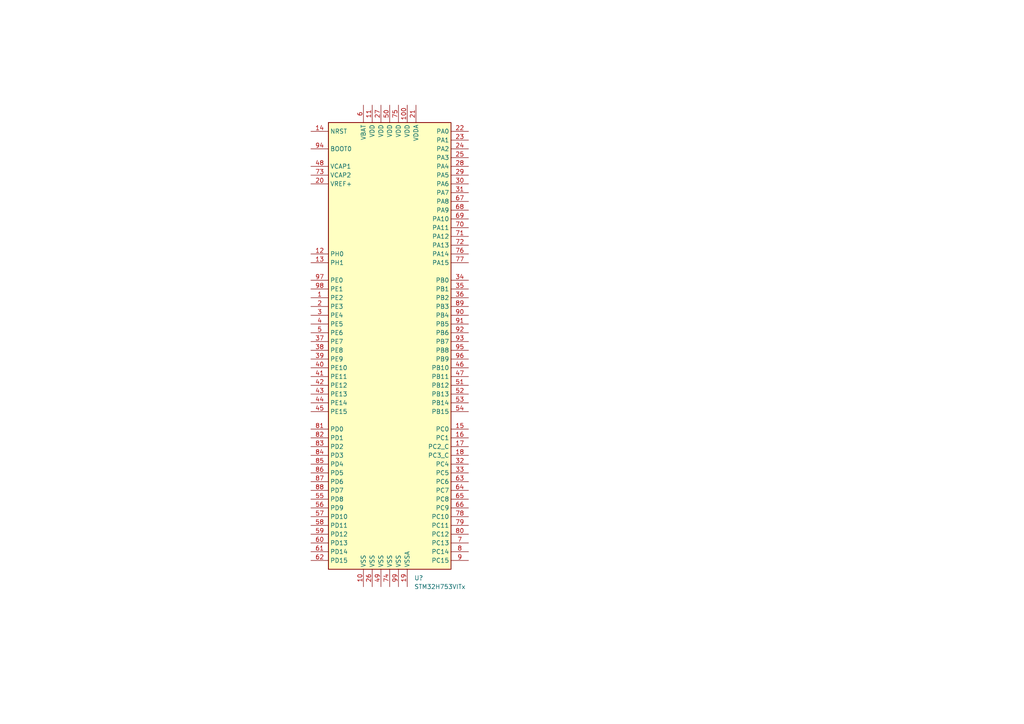
<source format=kicad_sch>
(kicad_sch (version 20211123) (generator eeschema)
  (paper "A4")
  (title_block (title "MCU and perypheries") (rev "1.0") (company "Politechnika Poznańska") (comment 1 "Mateusz Koza & Krzysztof Witkowski") (comment 2 "PUEiE project"))
  (lib_symbols
    (symbol "MCU_ST_STM32H7:STM32H753VITx"
      (property "Reference" "U" (at -17.78 64.77 0))
      (property "Value" "STM32H753VITx" (at 10.16 64.77 0))
      (symbol "STM32H753VITx_0_1"
        (rectangle (start -17.78 -66.04) (end 17.78 63.5) (stroke (width 0.254)) (fill (type background)))
      )
      (symbol "STM32H753VITx_1_1"
        (pin bidirectional line (at -22.86 12.7 0) (length 5.08) (name "PE2") (number "1"))
        (pin power_in line (at -7.62 -71.12 90) (length 5.08) (name "VSS") (number "10"))
        (pin power_in line (at 5.08 68.58 270) (length 5.08) (name "VDD") (number "100"))
        (pin power_in line (at -5.08 68.58 270) (length 5.08) (name "VDD") (number "11"))
        (pin input line (at -22.86 25.4 0) (length 5.08) (name "PH0") (number "12"))
        (pin input line (at -22.86 22.86 0) (length 5.08) (name "PH1") (number "13"))
        (pin input line (at -22.86 60.96 0) (length 5.08) (name "NRST") (number "14"))
        (pin bidirectional line (at 22.86 -25.4 180) (length 5.08) (name "PC0") (number "15"))
        (pin bidirectional line (at 22.86 -27.94 180) (length 5.08) (name "PC1") (number "16"))
        (pin bidirectional line (at 22.86 -30.48 180) (length 5.08) (name "PC2_C") (number "17"))
        (pin bidirectional line (at 22.86 -33.02 180) (length 5.08) (name "PC3_C") (number "18"))
        (pin power_in line (at 5.08 -71.12 90) (length 5.08) (name "VSSA") (number "19"))
        (pin bidirectional line (at -22.86 10.16 0) (length 5.08) (name "PE3") (number "2"))
        (pin bidirectional line (at -22.86 45.72 0) (length 5.08) (name "VREF+") (number "20"))
        (pin power_in line (at 7.62 68.58 270) (length 5.08) (name "VDDA") (number "21"))
        (pin bidirectional line (at 22.86 60.96 180) (length 5.08) (name "PA0") (number "22"))
        (pin bidirectional line (at 22.86 58.42 180) (length 5.08) (name "PA1") (number "23"))
        (pin bidirectional line (at 22.86 55.88 180) (length 5.08) (name "PA2") (number "24"))
        (pin bidirectional line (at 22.86 53.34 180) (length 5.08) (name "PA3") (number "25"))
        (pin power_in line (at -5.08 -71.12 90) (length 5.08) (name "VSS") (number "26"))
        (pin power_in line (at -2.54 68.58 270) (length 5.08) (name "VDD") (number "27"))
        (pin bidirectional line (at 22.86 50.8 180) (length 5.08) (name "PA4") (number "28"))
        (pin bidirectional line (at 22.86 48.26 180) (length 5.08) (name "PA5") (number "29"))
        (pin bidirectional line (at -22.86 7.62 0) (length 5.08) (name "PE4") (number "3"))
        (pin bidirectional line (at 22.86 45.72 180) (length 5.08) (name "PA6") (number "30"))
        (pin bidirectional line (at 22.86 43.18 180) (length 5.08) (name "PA7") (number "31"))
        (pin bidirectional line (at 22.86 -35.56 180) (length 5.08) (name "PC4") (number "32"))
        (pin bidirectional line (at 22.86 -38.1 180) (length 5.08) (name "PC5") (number "33"))
        (pin bidirectional line (at 22.86 17.78 180) (length 5.08) (name "PB0") (number "34"))
        (pin bidirectional line (at 22.86 15.24 180) (length 5.08) (name "PB1") (number "35"))
        (pin bidirectional line (at 22.86 12.7 180) (length 5.08) (name "PB2") (number "36"))
        (pin bidirectional line (at -22.86 0 0) (length 5.08) (name "PE7") (number "37"))
        (pin bidirectional line (at -22.86 -2.54 0) (length 5.08) (name "PE8") (number "38"))
        (pin bidirectional line (at -22.86 -5.08 0) (length 5.08) (name "PE9") (number "39"))
        (pin bidirectional line (at -22.86 5.08 0) (length 5.08) (name "PE5") (number "4"))
        (pin bidirectional line (at -22.86 -7.62 0) (length 5.08) (name "PE10") (number "40"))
        (pin bidirectional line (at -22.86 -10.16 0) (length 5.08) (name "PE11") (number "41"))
        (pin bidirectional line (at -22.86 -12.7 0) (length 5.08) (name "PE12") (number "42"))
        (pin bidirectional line (at -22.86 -15.24 0) (length 5.08) (name "PE13") (number "43"))
        (pin bidirectional line (at -22.86 -17.78 0) (length 5.08) (name "PE14") (number "44"))
        (pin bidirectional line (at -22.86 -20.32 0) (length 5.08) (name "PE15") (number "45"))
        (pin bidirectional line (at 22.86 -7.62 180) (length 5.08) (name "PB10") (number "46"))
        (pin bidirectional line (at 22.86 -10.16 180) (length 5.08) (name "PB11") (number "47"))
        (pin power_in line (at -22.86 50.8 0) (length 5.08) (name "VCAP1") (number "48"))
        (pin power_in line (at -2.54 -71.12 90) (length 5.08) (name "VSS") (number "49"))
        (pin bidirectional line (at -22.86 2.54 0) (length 5.08) (name "PE6") (number "5"))
        (pin power_in line (at 0 68.58 270) (length 5.08) (name "VDD") (number "50"))
        (pin bidirectional line (at 22.86 -12.7 180) (length 5.08) (name "PB12") (number "51"))
        (pin bidirectional line (at 22.86 -15.24 180) (length 5.08) (name "PB13") (number "52"))
        (pin bidirectional line (at 22.86 -17.78 180) (length 5.08) (name "PB14") (number "53"))
        (pin bidirectional line (at 22.86 -20.32 180) (length 5.08) (name "PB15") (number "54"))
        (pin bidirectional line (at -22.86 -45.72 0) (length 5.08) (name "PD8") (number "55"))
        (pin bidirectional line (at -22.86 -48.26 0) (length 5.08) (name "PD9") (number "56"))
        (pin bidirectional line (at -22.86 -50.8 0) (length 5.08) (name "PD10") (number "57"))
        (pin bidirectional line (at -22.86 -53.34 0) (length 5.08) (name "PD11") (number "58"))
        (pin bidirectional line (at -22.86 -55.88 0) (length 5.08) (name "PD12") (number "59"))
        (pin power_in line (at -7.62 68.58 270) (length 5.08) (name "VBAT") (number "6"))
        (pin bidirectional line (at -22.86 -58.42 0) (length 5.08) (name "PD13") (number "60"))
        (pin bidirectional line (at -22.86 -60.96 0) (length 5.08) (name "PD14") (number "61"))
        (pin bidirectional line (at -22.86 -63.5 0) (length 5.08) (name "PD15") (number "62"))
        (pin bidirectional line (at 22.86 -40.64 180) (length 5.08) (name "PC6") (number "63"))
        (pin bidirectional line (at 22.86 -43.18 180) (length 5.08) (name "PC7") (number "64"))
        (pin bidirectional line (at 22.86 -45.72 180) (length 5.08) (name "PC8") (number "65"))
        (pin bidirectional line (at 22.86 -48.26 180) (length 5.08) (name "PC9") (number "66"))
        (pin bidirectional line (at 22.86 40.64 180) (length 5.08) (name "PA8") (number "67"))
        (pin bidirectional line (at 22.86 38.1 180) (length 5.08) (name "PA9") (number "68"))
        (pin bidirectional line (at 22.86 35.56 180) (length 5.08) (name "PA10") (number "69"))
        (pin bidirectional line (at 22.86 -58.42 180) (length 5.08) (name "PC13") (number "7"))
        (pin bidirectional line (at 22.86 33.02 180) (length 5.08) (name "PA11") (number "70"))
        (pin bidirectional line (at 22.86 30.48 180) (length 5.08) (name "PA12") (number "71"))
        (pin bidirectional line (at 22.86 27.94 180) (length 5.08) (name "PA13") (number "72"))
        (pin power_in line (at -22.86 48.26 0) (length 5.08) (name "VCAP2") (number "73"))
        (pin power_in line (at 0 -71.12 90) (length 5.08) (name "VSS") (number "74"))
        (pin power_in line (at 2.54 68.58 270) (length 5.08) (name "VDD") (number "75"))
        (pin bidirectional line (at 22.86 25.4 180) (length 5.08) (name "PA14") (number "76"))
        (pin bidirectional line (at 22.86 22.86 180) (length 5.08) (name "PA15") (number "77"))
        (pin bidirectional line (at 22.86 -50.8 180) (length 5.08) (name "PC10") (number "78"))
        (pin bidirectional line (at 22.86 -53.34 180) (length 5.08) (name "PC11") (number "79"))
        (pin bidirectional line (at 22.86 -60.96 180) (length 5.08) (name "PC14") (number "8"))
        (pin bidirectional line (at 22.86 -55.88 180) (length 5.08) (name "PC12") (number "80"))
        (pin bidirectional line (at -22.86 -25.4 0) (length 5.08) (name "PD0") (number "81"))
        (pin bidirectional line (at -22.86 -27.94 0) (length 5.08) (name "PD1") (number "82"))
        (pin bidirectional line (at -22.86 -30.48 0) (length 5.08) (name "PD2") (number "83"))
        (pin bidirectional line (at -22.86 -33.02 0) (length 5.08) (name "PD3") (number "84"))
        (pin bidirectional line (at -22.86 -35.56 0) (length 5.08) (name "PD4") (number "85"))
        (pin bidirectional line (at -22.86 -38.1 0) (length 5.08) (name "PD5") (number "86"))
        (pin bidirectional line (at -22.86 -40.64 0) (length 5.08) (name "PD6") (number "87"))
        (pin bidirectional line (at -22.86 -43.18 0) (length 5.08) (name "PD7") (number "88"))
        (pin bidirectional line (at 22.86 10.16 180) (length 5.08) (name "PB3") (number "89"))
        (pin bidirectional line (at 22.86 -63.5 180) (length 5.08) (name "PC15") (number "9"))
        (pin bidirectional line (at 22.86 7.62 180) (length 5.08) (name "PB4") (number "90"))
        (pin bidirectional line (at 22.86 5.08 180) (length 5.08) (name "PB5") (number "91"))
        (pin bidirectional line (at 22.86 2.54 180) (length 5.08) (name "PB6") (number "92"))
        (pin bidirectional line (at 22.86 0 180) (length 5.08) (name "PB7") (number "93"))
        (pin input line (at -22.86 55.88 0) (length 5.08) (name "BOOT0") (number "94"))
        (pin bidirectional line (at 22.86 -2.54 180) (length 5.08) (name "PB8") (number "95"))
        (pin bidirectional line (at 22.86 -5.08 180) (length 5.08) (name "PB9") (number "96"))
        (pin bidirectional line (at -22.86 17.78 0) (length 5.08) (name "PE0") (number "97"))
        (pin bidirectional line (at -22.86 15.24 0) (length 5.08) (name "PE1") (number "98"))
        (pin power_in line (at 2.54 -71.12 90) (length 5.08) (name "VSS") (number "99"))
      )
    )
  )
  (symbol (lib_id "MCU_ST_STM32H7:STM32H753VITx") (at 113.03 99.06 0) (unit 1)
    (property "Reference" "U?" (at 120.1294 167.64 0) (effects (justify left)))
    (property "Value" "STM32H753VITx" (at 120.1294 170.18 0) (effects (justify left)))
    (property "Footprint" "Package_QFP:LQFP-100_14x14mm_P0.5mm" (effects hide))
    (property "Datasheet" "http://www.st.com/st-web-ui/static/active/en/resource/technical/document/datasheet/DM00388325.pdf" (effects hide))
  )
)
</source>
